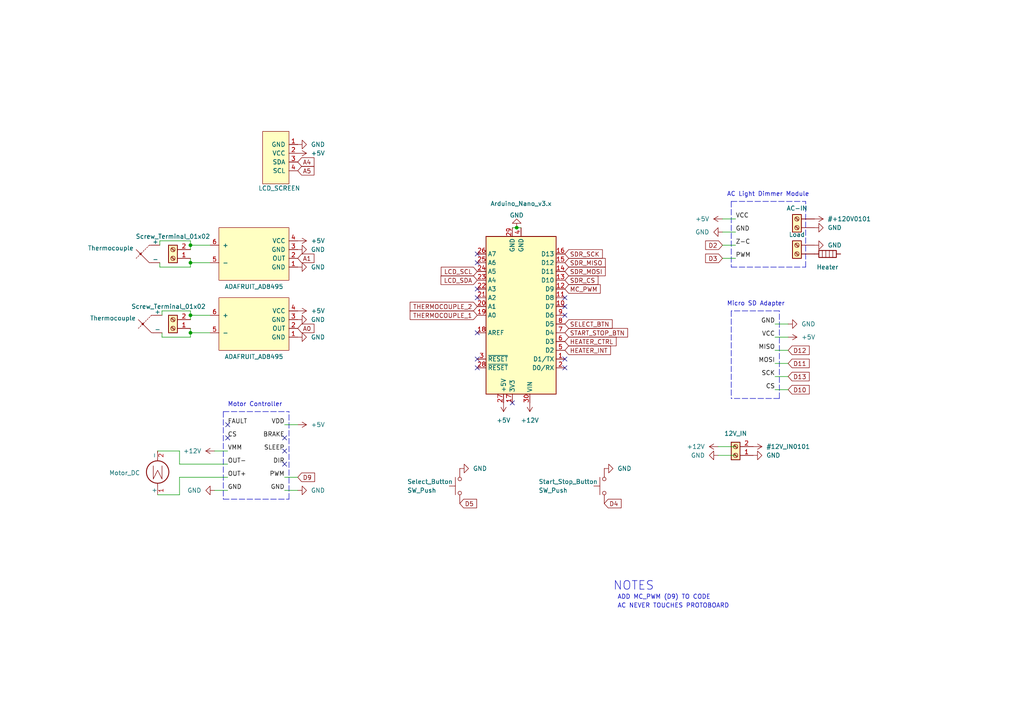
<source format=kicad_sch>
(kicad_sch (version 20211123) (generator eeschema)
  (paper "A4")
  (lib_symbols
    (symbol "Connector:Screw_Terminal_01x02" (pin_numbers hide) (pin_names (offset 1.016) hide)
      (property "Reference" "J" (at 0 2.54 0))
      (property "Value" "Screw_Terminal_01x02" (at 0 -5.08 0))
      (symbol "Screw_Terminal_01x02_1_1"
        (rectangle (start -1.27 1.27) (end 1.27 -3.81) (stroke (width 0.254)) (fill (type background)))
        (circle (center 0 -2.54) (radius 0.635) (stroke (width 0.1524)))
        (polyline (pts (xy -0.5334 -2.2098) (xy 0.3302 -3.048)) (stroke (width 0.1524)))
        (polyline (pts (xy -0.5334 0.3302) (xy 0.3302 -0.508)) (stroke (width 0.1524)))
        (polyline (pts (xy -0.3556 -2.032) (xy 0.508 -2.8702)) (stroke (width 0.1524)))
        (polyline (pts (xy -0.3556 0.508) (xy 0.508 -0.3302)) (stroke (width 0.1524)))
        (circle (center 0 0) (radius 0.635) (stroke (width 0.1524)))
        (pin passive line (at -5.08 0 0) (length 3.81) (name "Pin_1") (number "1"))
        (pin passive line (at -5.08 -2.54 0) (length 3.81) (name "Pin_2") (number "2"))
      )
    )
    (symbol "Device:Heater" (pin_numbers hide) (pin_names (offset 0))
      (property "Reference" "R" (at 2.032 0 90))
      (property "Value" "Heater" (at -2.032 0 90))
      (symbol "Heater_0_1"
        (rectangle (start -1.016 -2.54) (end 1.016 2.54) (stroke (width 0.254)))
        (polyline (pts (xy -1.016 1.524) (xy 1.016 1.524)))
        (polyline (pts (xy 1.016 -1.524) (xy -1.016 -1.524)))
        (polyline (pts (xy 1.016 -0.508) (xy -1.016 -0.508)))
        (polyline (pts (xy 1.016 0.508) (xy -1.016 0.508)))
      )
      (symbol "Heater_1_1"
        (pin passive line (at 0 3.81 270) (length 1.27) (name "~") (number "1"))
        (pin passive line (at 0 -3.81 90) (length 1.27) (name "~") (number "2"))
      )
    )
    (symbol "LCD_SCREEN:LCD_SCREEN" (pin_names (offset 1.016))
      (property "Value" "LCD_SCREEN" (at 0 -8.89 0))
      (symbol "LCD_SCREEN_0_1"
        (rectangle (start -7.62 -7.62) (end 7.62 0) (fill (type background)))
      )
      (symbol "LCD_SCREEN_1_1"
        (pin input line (at -3.81 2.54 270) (length 2.54) (name "GND") (number "1"))
        (pin input line (at -1.27 2.54 270) (length 2.54) (name "VCC") (number "2"))
        (pin input line (at 1.27 2.54 270) (length 2.54) (name "SDA") (number "3"))
        (pin input line (at 3.81 2.54 270) (length 2.54) (name "SCL") (number "4"))
      )
    )
    (symbol "Motor:Motor_DC" (pin_names (offset 0))
      (property "Reference" "M" (at 2.54 2.54 0))
      (property "Value" "Motor_DC" (at 2.54 -5.08 0))
      (symbol "Motor_DC_0_0"
        (polyline (pts (xy -1.27 -3.302) (xy -1.27 0.508) (xy 0 -2.032) (xy 1.27 0.508) (xy 1.27 -3.302)))
      )
      (symbol "Motor_DC_0_1"
        (circle (center 0 -1.524) (radius 3.2512) (stroke (width 0.254)))
        (polyline (pts (xy 0 -7.62) (xy 0 -7.112)))
        (polyline (pts (xy 0 -4.7752) (xy 0 -5.1816)))
        (polyline (pts (xy 0 1.7272) (xy 0 2.0828)))
        (polyline (pts (xy 0 2.032) (xy 0 2.54)))
      )
      (symbol "Motor_DC_1_1"
        (pin passive line (at 0 5.08 270) (length 2.54) (name "+") (number "1"))
        (pin passive line (at 0 -7.62 90) (length 2.54) (name "-") (number "2"))
      )
    )
    (symbol "OvenControl-rescue:Arduino_Nano_v3.x-MCU_Module"
      (property "Reference" "A" (at -10.16 23.495 0))
      (property "Value" "Arduino_Nano_v3.x-MCU_Module" (at 5.08 -24.13 0))
      (symbol "Arduino_Nano_v3.x-MCU_Module_0_1"
        (rectangle (start -10.16 22.86) (end 10.16 -22.86) (stroke (width 0.254)) (fill (type background)))
      )
      (symbol "Arduino_Nano_v3.x-MCU_Module_1_1"
        (pin bidirectional line (at -12.7 12.7 0) (length 2.54) (name "D1/TX") (number "1"))
        (pin bidirectional line (at -12.7 -2.54 0) (length 2.54) (name "D7") (number "10"))
        (pin bidirectional line (at -12.7 -5.08 0) (length 2.54) (name "D8") (number "11"))
        (pin bidirectional line (at -12.7 -7.62 0) (length 2.54) (name "D9") (number "12"))
        (pin bidirectional line (at -12.7 -10.16 0) (length 2.54) (name "D10") (number "13"))
        (pin bidirectional line (at -12.7 -12.7 0) (length 2.54) (name "D11") (number "14"))
        (pin bidirectional line (at -12.7 -15.24 0) (length 2.54) (name "D12") (number "15"))
        (pin bidirectional line (at -12.7 -17.78 0) (length 2.54) (name "D13") (number "16"))
        (pin power_out line (at 2.54 25.4 270) (length 2.54) (name "3V3") (number "17"))
        (pin input line (at 12.7 5.08 180) (length 2.54) (name "AREF") (number "18"))
        (pin bidirectional line (at 12.7 0 180) (length 2.54) (name "A0") (number "19"))
        (pin bidirectional line (at -12.7 15.24 0) (length 2.54) (name "D0/RX") (number "2"))
        (pin bidirectional line (at 12.7 -2.54 180) (length 2.54) (name "A1") (number "20"))
        (pin bidirectional line (at 12.7 -5.08 180) (length 2.54) (name "A2") (number "21"))
        (pin bidirectional line (at 12.7 -7.62 180) (length 2.54) (name "A3") (number "22"))
        (pin bidirectional line (at 12.7 -10.16 180) (length 2.54) (name "A4") (number "23"))
        (pin bidirectional line (at 12.7 -12.7 180) (length 2.54) (name "A5") (number "24"))
        (pin bidirectional line (at 12.7 -15.24 180) (length 2.54) (name "A6") (number "25"))
        (pin bidirectional line (at 12.7 -17.78 180) (length 2.54) (name "A7") (number "26"))
        (pin power_out line (at 5.08 25.4 270) (length 2.54) (name "+5V") (number "27"))
        (pin input line (at 12.7 15.24 180) (length 2.54) (name "~{RESET}") (number "28"))
        (pin power_in line (at 2.54 -25.4 90) (length 2.54) (name "GND") (number "29"))
        (pin input line (at 12.7 12.7 180) (length 2.54) (name "~{RESET}") (number "3"))
        (pin power_in line (at -2.54 25.4 270) (length 2.54) (name "VIN") (number "30"))
        (pin power_in line (at 0 -25.4 90) (length 2.54) (name "GND") (number "4"))
        (pin bidirectional line (at -12.7 10.16 0) (length 2.54) (name "D2") (number "5"))
        (pin bidirectional line (at -12.7 7.62 0) (length 2.54) (name "D3") (number "6"))
        (pin bidirectional line (at -12.7 5.08 0) (length 2.54) (name "D4") (number "7"))
        (pin bidirectional line (at -12.7 2.54 0) (length 2.54) (name "D5") (number "8"))
        (pin bidirectional line (at -12.7 0 0) (length 2.54) (name "D6") (number "9"))
      )
    )
    (symbol "OvenControl-rescue:Screw_Terminal_01x02-Connector" (pin_names (offset 1.016) hide)
      (property "Reference" "J" (at 0 2.54 0))
      (property "Value" "Screw_Terminal_01x02-Connector" (at 0 -5.08 0))
      (symbol "Screw_Terminal_01x02-Connector_1_1"
        (rectangle (start -1.27 1.27) (end 1.27 -3.81) (stroke (width 0.254)) (fill (type background)))
        (circle (center 0 -2.54) (radius 0.635) (stroke (width 0.1524)))
        (polyline (pts (xy -0.5334 -2.2098) (xy 0.3302 -3.048)) (stroke (width 0.1524)))
        (polyline (pts (xy -0.5334 0.3302) (xy 0.3302 -0.508)) (stroke (width 0.1524)))
        (polyline (pts (xy -0.3556 -2.032) (xy 0.508 -2.8702)) (stroke (width 0.1524)))
        (polyline (pts (xy -0.3556 0.508) (xy 0.508 -0.3302)) (stroke (width 0.1524)))
        (circle (center 0 0) (radius 0.635) (stroke (width 0.1524)))
        (pin passive line (at -5.08 0 0) (length 3.81) (name "Pin_1") (number "1"))
        (pin passive line (at -5.08 -2.54 0) (length 3.81) (name "Pin_2") (number "2"))
      )
    )
    (symbol "OvenControl-rescue:Thermocouple-Device" (pin_numbers hide) (pin_names (offset 0))
      (property "Reference" "TC" (at -3.048 3.81 0))
      (property "Value" "Thermocouple-Device" (at -5.08 -4.064 0))
      (symbol "Thermocouple-Device_0_1"
        (circle (center -3.048 0) (radius 0.254) (fill (type outline)))
        (polyline (pts (xy -4.064 -1.016) (xy -4.318 -1.27)))
        (polyline (pts (xy -3.556 -0.508) (xy -3.81 -0.762)))
        (polyline (pts (xy -3.048 0) (xy -3.302 -0.254)))
        (polyline (pts (xy -2.54 0.508) (xy -2.794 0.254)))
        (polyline (pts (xy -2.032 1.016) (xy -2.286 0.762)))
        (polyline (pts (xy -1.524 1.524) (xy -1.778 1.27)))
        (polyline (pts (xy -1.016 2.032) (xy -1.27 1.778)))
        (polyline (pts (xy -0.508 2.54) (xy -0.762 2.286)))
        (polyline (pts (xy 0 -2.54) (xy -0.254 -2.54)))
        (polyline (pts (xy 0 2.54) (xy -0.508 2.54)))
        (polyline (pts (xy 0.254 -2.54) (xy -0.508 -2.54) (xy -4.318 1.27)))
      )
      (symbol "Thermocouple-Device_1_1"
        (pin passive line (at 2.54 2.54 180) (length 2.54) (name "+") (number "1"))
        (pin passive line (at 2.54 -2.54 180) (length 2.54) (name "-") (number "2"))
      )
    )
    (symbol "Screw_Terminal_01x02_1" (pin_numbers hide) (pin_names (offset 1.016) hide)
      (property "Reference" "J" (at 0 2.54 0))
      (property "Value" "Screw_Terminal_01x02_1" (at 0 -5.08 0))
      (symbol "Screw_Terminal_01x02_1_1_1"
        (rectangle (start -1.27 1.27) (end 1.27 -3.81) (stroke (width 0.254)) (fill (type background)))
        (circle (center 0 -2.54) (radius 0.635) (stroke (width 0.1524)))
        (polyline (pts (xy -0.5334 -2.2098) (xy 0.3302 -3.048)) (stroke (width 0.1524)))
        (polyline (pts (xy -0.5334 0.3302) (xy 0.3302 -0.508)) (stroke (width 0.1524)))
        (polyline (pts (xy -0.3556 -2.032) (xy 0.508 -2.8702)) (stroke (width 0.1524)))
        (polyline (pts (xy -0.3556 0.508) (xy 0.508 -0.3302)) (stroke (width 0.1524)))
        (circle (center 0 0) (radius 0.635) (stroke (width 0.1524)))
        (pin passive line (at -5.08 0 0) (length 3.81) (name "Pin_1") (number "1"))
        (pin passive line (at -5.08 -2.54 0) (length 3.81) (name "Pin_2") (number "2"))
      )
    )
    (symbol "Screw_Terminal_01x02_2" (pin_names (offset 1.016) hide)
      (property "Reference" "J" (at 0 2.54 0))
      (property "Value" "Screw_Terminal_01x02_2" (at 0 -5.08 0))
      (symbol "Screw_Terminal_01x02_2_1_1"
        (rectangle (start -1.27 1.27) (end 1.27 -3.81) (stroke (width 0.254)) (fill (type background)))
        (circle (center 0 -2.54) (radius 0.635) (stroke (width 0.1524)))
        (polyline (pts (xy -0.5334 -2.2098) (xy 0.3302 -3.048)) (stroke (width 0.1524)))
        (polyline (pts (xy -0.5334 0.3302) (xy 0.3302 -0.508)) (stroke (width 0.1524)))
        (polyline (pts (xy -0.3556 -2.032) (xy 0.508 -2.8702)) (stroke (width 0.1524)))
        (polyline (pts (xy -0.3556 0.508) (xy 0.508 -0.3302)) (stroke (width 0.1524)))
        (circle (center 0 0) (radius 0.635) (stroke (width 0.1524)))
        (pin passive line (at -5.08 0 0) (length 3.81) (name "Pin_1") (number "1"))
        (pin passive line (at -5.08 -2.54 0) (length 3.81) (name "Pin_2") (number "2"))
      )
    )
    (symbol "Switch:SW_Push" (pin_numbers hide) (pin_names (offset 1.016) hide)
      (property "Reference" "SW" (at 1.27 2.54 0))
      (property "Value" "SW_Push" (at 0 -1.524 0))
      (symbol "SW_Push_0_1"
        (circle (center -2.032 0) (radius 0.508))
        (polyline (pts (xy 0 1.27) (xy 0 3.048)))
        (polyline (pts (xy 2.54 1.27) (xy -2.54 1.27)))
        (circle (center 2.032 0) (radius 0.508))
        (pin passive line (at -5.08 0 0) (length 2.54) (name "1") (number "1"))
        (pin passive line (at 5.08 0 180) (length 2.54) (name "2") (number "2"))
      )
    )
    (symbol "Thermocouple:ADAFRUIT_AD8495" (pin_names (offset 1.016))
      (property "Value" "ADAFRUIT_AD8495" (at 1.27 -17.78 0))
      (symbol "ADAFRUIT_AD8495_0_1"
        (rectangle (start -7.62 -10.16) (end 7.62 10.16) (fill (type background)))
      )
      (symbol "ADAFRUIT_AD8495_1_1"
        (pin input line (at -3.81 -12.7 90) (length 2.54) (name "GND") (number "1"))
        (pin input line (at -1.27 -12.7 90) (length 2.54) (name "OUT") (number "2"))
        (pin input line (at 1.27 -12.7 90) (length 2.54) (name "GND") (number "3"))
        (pin input line (at 3.81 -12.7 90) (length 2.54) (name "VCC") (number "4"))
        (pin input line (at -2.54 12.7 270) (length 2.54) (name "-") (number "5"))
        (pin input line (at 2.54 12.7 270) (length 2.54) (name "+") (number "6"))
      )
    )
    (symbol "power:+12V" (power) (pin_names (offset 0))
      (property "Value" "+12V" (at 0 3.556 0))
      (symbol "+12V_0_1"
        (polyline (pts (xy -0.762 1.27) (xy 0 2.54)))
        (polyline (pts (xy 0 0) (xy 0 2.54)))
        (polyline (pts (xy 0 2.54) (xy 0.762 1.27)))
      )
      (symbol "+12V_1_1"
        (pin power_in line (at 0 0 90) (length 0) hide (name "+12V") (number "1"))
      )
    )
    (symbol "power:+5V" (power) (pin_names (offset 0))
      (property "Value" "+5V" (at 0 3.556 0))
      (symbol "+5V_0_1"
        (polyline (pts (xy -0.762 1.27) (xy 0 2.54)))
        (polyline (pts (xy 0 0) (xy 0 2.54)))
        (polyline (pts (xy 0 2.54) (xy 0.762 1.27)))
      )
      (symbol "+5V_1_1"
        (pin power_in line (at 0 0 90) (length 0) hide (name "+5V") (number "1"))
      )
    )
    (symbol "power:GND" (power) (pin_names (offset 0))
      (property "Value" "GND" (at 0 -3.81 0))
      (symbol "GND_0_1"
        (polyline (pts (xy 0 0) (xy 0 -1.27) (xy 1.27 -1.27) (xy 0 -2.54) (xy -1.27 -1.27) (xy 0 -1.27)))
      )
      (symbol "GND_1_1"
        (pin power_in line (at 0 0 270) (length 0) hide (name "GND") (number "1"))
      )
    )
  )
  (junction (at 55.245 76.2))
  (junction (at 55.245 71.12))
  (junction (at 149.86 66.04))
  (junction (at 55.245 96.52))
  (junction (at 55.245 91.44))
  (no_connect (at 138.43 73.66))
  (no_connect (at 138.43 96.52))
  (no_connect (at 163.83 106.68))
  (no_connect (at 138.43 76.2))
  (no_connect (at 163.83 88.9))
  (no_connect (at 82.55 134.62))
  (no_connect (at 82.55 130.81))
  (no_connect (at 82.55 127))
  (no_connect (at 66.04 123.19))
  (no_connect (at 66.04 127))
  (no_connect (at 148.59 116.84))
  (no_connect (at 138.43 106.68))
  (no_connect (at 163.83 104.14))
  (no_connect (at 138.43 104.14))
  (no_connect (at 138.43 83.82))
  (no_connect (at 138.43 86.36))
  (no_connect (at 163.83 91.44))
  (no_connect (at 163.83 86.36))
  (wire (pts (xy 60.96 96.52) (xy 55.245 96.52)))
  (wire (pts (xy 52.07 138.43) (xy 52.07 143.51)))
  (polyline (pts (xy 233.68 77.47) (xy 233.68 58.42)))
  (wire (pts (xy 66.04 134.62) (xy 52.07 134.62)))
  (polyline (pts (xy 226.06 90.17) (xy 212.09 90.17)))
  (polyline (pts (xy 64.77 119.38) (xy 64.77 144.78)))
  (wire (pts (xy 149.86 66.04) (xy 151.13 66.04)))
  (wire (pts (xy 209.55 63.5) (xy 213.36 63.5)))
  (wire (pts (xy 224.79 101.6) (xy 228.6 101.6)))
  (wire (pts (xy 66.04 138.43) (xy 52.07 138.43)))
  (wire (pts (xy 55.245 76.2) (xy 55.245 77.47)))
  (polyline (pts (xy 212.09 90.17) (xy 212.09 115.57)))
  (wire (pts (xy 55.245 77.47) (xy 46.355 77.47)))
  (wire (pts (xy 82.55 138.43) (xy 86.36 138.43)))
  (wire (pts (xy 55.245 90.17) (xy 46.99 90.17)))
  (wire (pts (xy 55.245 91.44) (xy 55.245 92.71)))
  (wire (pts (xy 208.28 129.54) (xy 213.36 129.54)))
  (wire (pts (xy 45.72 143.51) (xy 52.07 143.51)))
  (polyline (pts (xy 64.77 144.78) (xy 83.82 144.78)))
  (wire (pts (xy 60.96 91.44) (xy 55.245 91.44)))
  (polyline (pts (xy 64.77 119.38) (xy 83.82 119.38)))
  (polyline (pts (xy 226.06 115.57) (xy 212.09 115.57)))
  (wire (pts (xy 46.355 69.85) (xy 46.355 71.12)))
  (wire (pts (xy 46.355 77.47) (xy 46.355 76.2)))
  (wire (pts (xy 209.55 67.31) (xy 213.36 67.31)))
  (wire (pts (xy 55.245 97.79) (xy 46.99 97.79)))
  (wire (pts (xy 55.245 91.44) (xy 55.245 90.17)))
  (wire (pts (xy 224.79 113.03) (xy 228.6 113.03)))
  (wire (pts (xy 55.245 71.12) (xy 55.245 69.85)))
  (wire (pts (xy 55.245 96.52) (xy 55.245 95.25)))
  (wire (pts (xy 82.55 123.19) (xy 86.36 123.19)))
  (polyline (pts (xy 83.82 144.78) (xy 83.82 119.38)))
  (wire (pts (xy 46.99 97.79) (xy 46.99 96.52)))
  (wire (pts (xy 209.55 74.93) (xy 213.36 74.93)))
  (wire (pts (xy 148.59 66.04) (xy 149.86 66.04)))
  (wire (pts (xy 224.79 93.98) (xy 228.6 93.98)))
  (wire (pts (xy 208.28 132.08) (xy 213.36 132.08)))
  (polyline (pts (xy 212.09 77.47) (xy 233.68 77.47)))
  (wire (pts (xy 224.79 105.41) (xy 228.6 105.41)))
  (wire (pts (xy 82.55 142.24) (xy 86.36 142.24)))
  (wire (pts (xy 45.72 130.81) (xy 52.07 130.81)))
  (wire (pts (xy 55.245 76.2) (xy 55.245 74.93)))
  (wire (pts (xy 224.79 97.79) (xy 228.6 97.79)))
  (wire (pts (xy 62.23 130.81) (xy 66.04 130.81)))
  (polyline (pts (xy 226.06 115.57) (xy 226.06 90.17)))
  (wire (pts (xy 52.07 134.62) (xy 52.07 130.81)))
  (wire (pts (xy 55.245 72.39) (xy 55.245 71.12)))
  (wire (pts (xy 60.96 71.12) (xy 55.245 71.12)))
  (wire (pts (xy 62.23 142.24) (xy 66.04 142.24)))
  (wire (pts (xy 55.245 96.52) (xy 55.245 97.79)))
  (polyline (pts (xy 212.09 58.42) (xy 212.09 77.47)))
  (wire (pts (xy 55.245 69.85) (xy 46.355 69.85)))
  (polyline (pts (xy 212.09 58.42) (xy 233.68 58.42)))
  (wire (pts (xy 46.99 90.17) (xy 46.99 91.44)))
  (wire (pts (xy 224.79 109.22) (xy 228.6 109.22)))
  (wire (pts (xy 60.96 76.2) (xy 55.245 76.2)))
  (wire (pts (xy 209.55 71.12) (xy 213.36 71.12)))
  (text "AC Light Dimmer Module" (at 210.82 57.15 0) (effects (font (size 1.27 1.27)) (justify left bottom)))
  (text "AC NEVER TOUCHES PROTOBOARD" (at 179.07 176.53 0) (effects (font (size 1.27 1.27)) (justify left bottom)))
  (text "ADD MC_PWM (D9) TO CODE" (at 179.07 173.99 0) (effects (font (size 1.27 1.27)) (justify left bottom)))
  (text "Motor Controller" (at 66.04 118.11 0) (effects (font (size 1.27 1.27)) (justify left bottom)))
  (text "NOTES" (at 177.8 171.45 0) (effects (font (size 2.5 2.5)) (justify left bottom)))
  (text "Micro SD Adapter" (at 210.82 88.9 0) (effects (font (size 1.27 1.27)) (justify left bottom)))
  (label "GND" (at 224.79 93.98 180))
  (label "MOSI" (at 224.79 105.41 180))
  (label "GND" (at 213.36 67.31 0))
  (label "VCC" (at 213.36 63.5 0))
  (label "GND" (at 66.04 142.24 0))
  (label "BRAKE" (at 82.55 127 180))
  (label "SLEEP" (at 82.55 130.81 180))
  (label "VCC" (at 224.79 97.79 180))
  (label "GND" (at 82.55 142.24 180))
  (label "OUT+" (at 66.04 138.43 0))
  (label "CS" (at 66.04 127 0))
  (label "PWM" (at 82.55 138.43 180))
  (label "MISO" (at 224.79 101.6 180))
  (label "FAULT" (at 66.04 123.19 0))
  (label "DIR" (at 82.55 134.62 180))
  (label "PWM" (at 213.36 74.93 0))
  (label "VDD" (at 82.55 123.19 180))
  (label "VMM" (at 66.04 130.81 0))
  (label "OUT-" (at 66.04 134.62 0))
  (label "Z-C" (at 213.36 71.12 0))
  (label "CS" (at 224.79 113.03 180))
  (label "SCK" (at 224.79 109.22 180))
  (global_label "LCD_SDA" (shape input) (at 138.43 81.28 180) (property "Intersheet References" "${INTERSHEET_REFS}" (effects hide)))
  (global_label "D4" (shape input) (at 175.26 146.05 0) (property "Intersheet References" "${INTERSHEET_REFS}" (effects hide)))
  (global_label "SDR_CS" (shape input) (at 163.83 81.28 0) (property "Intersheet References" "${INTERSHEET_REFS}" (effects hide)))
  (global_label "A5" (shape input) (at 86.36 49.53 0) (property "Intersheet References" "${INTERSHEET_REFS}" (effects hide)))
  (global_label "D3" (shape input) (at 209.55 74.93 180) (property "Intersheet References" "${INTERSHEET_REFS}" (effects hide)))
  (global_label "THERMOCOUPLE_2" (shape input) (at 138.43 88.9 180) (property "Intersheet References" "${INTERSHEET_REFS}" (effects hide)))
  (global_label "A4" (shape input) (at 86.36 46.99 0) (property "Intersheet References" "${INTERSHEET_REFS}" (effects hide)))
  (global_label "SDR_MISO" (shape input) (at 163.83 76.2 0) (property "Intersheet References" "${INTERSHEET_REFS}" (effects hide)))
  (global_label "SELECT_BTN" (shape input) (at 163.83 93.98 0) (property "Intersheet References" "${INTERSHEET_REFS}" (effects hide)))
  (global_label "HEATER_CTRL" (shape input) (at 163.83 99.06 0) (property "Intersheet References" "${INTERSHEET_REFS}" (effects hide)))
  (global_label "SDR_MOSI" (shape input) (at 163.83 78.74 0) (property "Intersheet References" "${INTERSHEET_REFS}" (effects hide)))
  (global_label "MC_PWM" (shape input) (at 163.83 83.82 0) (property "Intersheet References" "${INTERSHEET_REFS}" (effects hide)))
  (global_label "D13" (shape input) (at 228.6 109.22 0) (property "Intersheet References" "${INTERSHEET_REFS}" (effects hide)))
  (global_label "THERMOCOUPLE_1" (shape input) (at 138.43 91.44 180) (property "Intersheet References" "${INTERSHEET_REFS}" (effects hide)))
  (global_label "D10" (shape input) (at 228.6 113.03 0) (property "Intersheet References" "${INTERSHEET_REFS}" (effects hide)))
  (global_label "D5" (shape input) (at 133.35 146.05 0) (property "Intersheet References" "${INTERSHEET_REFS}" (effects hide)))
  (global_label "D2" (shape input) (at 209.55 71.12 180) (property "Intersheet References" "${INTERSHEET_REFS}" (effects hide)))
  (global_label "LCD_SCL" (shape input) (at 138.43 78.74 180) (property "Intersheet References" "${INTERSHEET_REFS}" (effects hide)))
  (global_label "D9" (shape input) (at 86.36 138.43 0) (property "Intersheet References" "${INTERSHEET_REFS}" (effects hide)))
  (global_label "D11" (shape input) (at 228.6 105.41 0) (property "Intersheet References" "${INTERSHEET_REFS}" (effects hide)))
  (global_label "A0" (shape input) (at 86.36 95.25 0) (property "Intersheet References" "${INTERSHEET_REFS}" (effects hide)))
  (global_label "D12" (shape input) (at 228.6 101.6 0) (property "Intersheet References" "${INTERSHEET_REFS}" (effects hide)))
  (global_label "HEATER_INT" (shape input) (at 163.83 101.6 0) (property "Intersheet References" "${INTERSHEET_REFS}" (effects hide)))
  (global_label "A1" (shape input) (at 86.36 74.93 0) (property "Intersheet References" "${INTERSHEET_REFS}" (effects hide)))
  (global_label "SDR_SCK" (shape input) (at 163.83 73.66 0) (property "Intersheet References" "${INTERSHEET_REFS}" (effects hide)))
  (global_label "START_STOP_BTN" (shape input) (at 163.83 96.52 0) (property "Intersheet References" "${INTERSHEET_REFS}" (effects hide)))
  (symbol (lib_id "power:+5V") (at 86.36 123.19 270) (unit 1)
    (property "Reference" "#PWR?" (effects hide))
    (property "Value" "+5V" (at 90.17 123.1899 90) (effects (justify left)))
  )
  (symbol (lib_id "power:GND") (at 218.44 132.08 90) (unit 1)
    (property "Reference" "#PWR?" (effects hide))
    (property "Value" "GND" (at 222.25 132.0799 90) (effects (justify right)))
  )
  (symbol (lib_id "power:+5V") (at 146.05 116.84 180) (unit 1)
    (property "Reference" "#PWR?" (effects hide))
    (property "Value" "+5V" (at 146.05 121.92 0))
  )
  (symbol (lib_id "Connector:Screw_Terminal_01x02") (at 231.14 73.66 180) (unit 1)
    (property "Reference" "J?" (effects hide))
    (property "Value" "Load" (at 231.14 67.31 0) (effects (justify bottom)))
  )
  (symbol (lib_id "power:GND") (at 236.22 66.04 90) (unit 1)
    (property "Reference" "#PWR?" (effects hide))
    (property "Value" "GND" (at 240.03 66.0399 90) (effects (justify right)))
  )
  (symbol (lib_id "power:GND") (at 175.26 135.89 90) (unit 1)
    (property "Reference" "#PWR?" (effects hide))
    (property "Value" "GND" (at 179.07 135.8899 90) (effects (justify right)))
  )
  (symbol (lib_id "power:+12V") (at 208.28 129.54 90) (unit 1)
    (property "Reference" "#PWR?" (effects hide))
    (property "Value" "+12V" (at 204.47 129.5399 90) (effects (justify left)))
  )
  (symbol (lib_id "OvenControl-rescue:Arduino_Nano_v3.x-MCU_Module") (at 151.13 91.44 180) (unit 1)
    (property "Reference" "A?" (effects hide))
    (property "Value" "Arduino_Nano_v3.x" (at 151.13 59.055 0))
    (property "Footprint" "Module:Arduino_Nano" (effects hide))
    (property "Datasheet" "http://www.mouser.com/pdfdocs/Gravitech_Arduino_Nano3_0.pdf" (effects hide))
  )
  (symbol (lib_id "power:GND") (at 62.23 142.24 270) (unit 1)
    (property "Reference" "#PWR?" (effects hide))
    (property "Value" "GND" (at 58.42 142.2399 90) (effects (justify right)))
  )
  (symbol (lib_name "Screw_Terminal_01x02_1") (lib_id "Connector:Screw_Terminal_01x02") (at 231.14 66.04 180) (unit 1)
    (property "Reference" "J?" (effects hide))
    (property "Value" "AC-IN" (at 231.14 59.69 0) (effects (justify bottom)))
  )
  (symbol (lib_id "power:GND") (at 209.55 67.31 270) (unit 1)
    (property "Reference" "#PWR?" (effects hide))
    (property "Value" "GND" (at 205.74 67.3099 90) (effects (justify right)))
  )
  (symbol (lib_id "Switch:SW_Push") (at 133.35 140.97 90) (unit 1)
    (property "Reference" "Select_Button" (at 118.11 139.7 90) (effects (justify right)))
    (property "Value" "SW_Push" (at 118.11 142.24 90) (effects (justify right)))
  )
  (symbol (lib_id "power:+12V") (at 62.23 130.81 90) (unit 1)
    (property "Reference" "#PWR?" (effects hide))
    (property "Value" "+12V" (at 58.42 130.8099 90) (effects (justify left)))
  )
  (symbol (lib_id "power:+5V") (at 86.36 44.45 270) (unit 1)
    (property "Reference" "#PWR?" (effects hide))
    (property "Value" "+5V" (at 90.17 44.4499 90) (effects (justify left)))
  )
  (symbol (lib_id "power:GND") (at 86.36 97.79 90) (unit 1)
    (property "Reference" "#PWR?" (effects hide))
    (property "Value" "GND" (at 90.17 97.7899 90) (effects (justify right)))
  )
  (symbol (lib_id "Motor:Motor_DC") (at 45.72 138.43 0) (mirror x) (unit 1)
    (property "Reference" "M?" (effects hide))
    (property "Value" "Motor_DC" (at 40.64 137.1599 0) (effects (justify right)))
  )
  (symbol (lib_id "power:GND") (at 86.36 92.71 90) (unit 1)
    (property "Reference" "#PWR?" (effects hide))
    (property "Value" "GND" (at 90.17 92.7099 90) (effects (justify right)))
  )
  (symbol (lib_name "Screw_Terminal_01x02_2") (lib_id "Connector:Screw_Terminal_01x02") (at 213.36 132.08 180) (unit 1)
    (property "Reference" "12V_IN" (at 213.36 125.73 0))
    (property "Value" "Screw_Terminal_01x02" (effects hide))
  )
  (symbol (lib_id "power:+12V") (at 153.67 116.84 180) (unit 1)
    (property "Reference" "#PWR?" (effects hide))
    (property "Value" "+12V" (at 153.67 121.92 0))
  )
  (symbol (lib_id "OvenControl-rescue:Thermocouple-Device") (at 43.815 73.66 0) (unit 1)
    (property "Reference" "TC?" (effects hide))
    (property "Value" "Thermocouple" (at 38.7858 71.9582 0) (effects (justify right)))
  )
  (symbol (lib_id "power:GND") (at 133.35 135.89 90) (unit 1)
    (property "Reference" "#PWR?" (effects hide))
    (property "Value" "GND" (at 137.16 135.8899 90) (effects (justify right)))
  )
  (symbol (lib_id "power:+12V") (at 218.44 129.54 270) (unit 1)
    (property "Reference" "12V_IN" (at 222.25 129.5399 90) (effects (justify left)))
    (property "Value" "+12V" (effects hide))
  )
  (symbol (lib_id "power:GND") (at 236.22 71.12 90) (unit 1)
    (property "Reference" "#PWR?" (effects hide))
    (property "Value" "GND" (at 240.03 71.1199 90) (effects (justify right)))
  )
  (symbol (lib_id "OvenControl-rescue:Screw_Terminal_01x02-Connector") (at 50.165 95.25 180) (unit 1)
    (property "Reference" "J?" (effects hide))
    (property "Value" "Screw_Terminal_01x02" (at 59.69 88.9 0) (effects (justify left)))
    (property "Footprint" "TerminalBlock:TerminalBlock_bornier-2_P5.08mm" (effects hide))
  )
  (symbol (lib_id "Device:Heater") (at 240.03 73.66 90) (unit 1)
    (property "Reference" "R?" (effects hide))
    (property "Value" "Heater" (at 240.03 77.47 90))
  )
  (symbol (lib_id "OvenControl-rescue:Screw_Terminal_01x02-Connector") (at 50.165 74.93 180) (unit 1)
    (property "Reference" "J?" (effects hide))
    (property "Value" "Screw_Terminal_01x02" (at 60.96 68.58 0) (effects (justify left)))
    (property "Footprint" "TerminalBlock:TerminalBlock_bornier-2_P5.08mm" (effects hide))
  )
  (symbol (lib_id "power:GND") (at 86.36 72.39 90) (unit 1)
    (property "Reference" "#PWR?" (effects hide))
    (property "Value" "GND" (at 90.17 72.3899 90) (effects (justify right)))
  )
  (symbol (lib_id "power:GND") (at 149.86 66.04 180) (unit 1)
    (property "Reference" "#PWR0101" (effects hide))
    (property "Value" "GND" (at 149.86 62.4355 0))
  )
  (symbol (lib_id "power:+5V") (at 236.22 63.5 270) (unit 1)
    (property "Reference" "+120V" (at 240.03 63.5 90) (effects (justify left)))
    (property "Value" "+5V" (effects hide))
  )
  (symbol (lib_id "power:GND") (at 86.36 41.91 90) (unit 1)
    (property "Reference" "#PWR?" (effects hide))
    (property "Value" "GND" (at 90.17 41.9099 90) (effects (justify right)))
  )
  (symbol (lib_id "power:+5V") (at 86.36 69.85 270) (unit 1)
    (property "Reference" "#PWR?" (effects hide))
    (property "Value" "+5V" (at 90.17 69.8499 90) (effects (justify left)))
  )
  (symbol (lib_id "power:GND") (at 228.6 93.98 90) (unit 1)
    (property "Reference" "#PWR?" (effects hide))
    (property "Value" "GND" (at 232.41 93.9799 90) (effects (justify right)))
  )
  (symbol (lib_id "power:GND") (at 86.36 142.24 90) (unit 1)
    (property "Reference" "#PWR?" (effects hide))
    (property "Value" "GND" (at 90.17 142.2399 90) (effects (justify right)))
  )
  (symbol (lib_id "power:+5V") (at 228.6 97.79 270) (unit 1)
    (property "Reference" "#PWR?" (effects hide))
    (property "Value" "+5V" (at 232.41 97.79 90) (effects (justify left)))
  )
  (symbol (lib_id "power:GND") (at 86.36 77.47 90) (unit 1)
    (property "Reference" "#PWR?" (effects hide))
    (property "Value" "GND" (at 90.17 77.4699 90) (effects (justify right)))
  )
  (symbol (lib_id "OvenControl-rescue:Thermocouple-Device") (at 44.45 93.98 0) (unit 1)
    (property "Reference" "TC?" (effects hide))
    (property "Value" "Thermocouple" (at 39.4208 92.2782 0) (effects (justify right)))
  )
  (symbol (lib_id "LCD_SCREEN:LCD_SCREEN") (at 83.82 45.72 270) (unit 1)
    (property "Reference" "U?" (effects hide))
    (property "Value" "LCD_SCREEN" (at 74.93 54.61 90) (effects (justify left)))
    (property "Footprint" "OvenControl_custom_parts:LCD_SCREEN" (effects hide))
  )
  (symbol (lib_id "power:+5V") (at 209.55 63.5 90) (unit 1)
    (property "Reference" "#PWR?" (effects hide))
    (property "Value" "+5V" (at 205.74 63.4999 90) (effects (justify left)))
  )
  (symbol (lib_id "power:GND") (at 208.28 132.08 270) (unit 1)
    (property "Reference" "#PWR?" (effects hide))
    (property "Value" "GND" (at 204.47 132.0799 90) (effects (justify right)))
  )
  (symbol (lib_id "Thermocouple:ADAFRUIT_AD8495") (at 73.66 93.98 90) (unit 1)
    (property "Reference" "U?" (effects hide))
    (property "Value" "ADAFRUIT_AD8495" (at 73.66 103.4542 90))
    (property "Footprint" "OvenControl_custom_parts:thermoucouple_AD8495" (effects hide))
  )
  (symbol (lib_id "power:+5V") (at 86.36 90.17 270) (unit 1)
    (property "Reference" "#PWR?" (effects hide))
    (property "Value" "+5V" (at 90.17 90.1699 90) (effects (justify left)))
  )
  (symbol (lib_id "Switch:SW_Push") (at 175.26 140.97 90) (unit 1)
    (property "Reference" "Start_Stop_Button" (at 156.21 139.7 90) (effects (justify right)))
    (property "Value" "SW_Push" (at 156.21 142.24 90) (effects (justify right)))
  )
  (symbol (lib_id "Thermocouple:ADAFRUIT_AD8495") (at 73.66 73.66 90) (unit 1)
    (property "Reference" "U?" (effects hide))
    (property "Value" "ADAFRUIT_AD8495" (at 73.66 83.1342 90))
    (property "Footprint" "OvenControl_custom_parts:thermoucouple_AD8495" (effects hide))
  )
)
</source>
